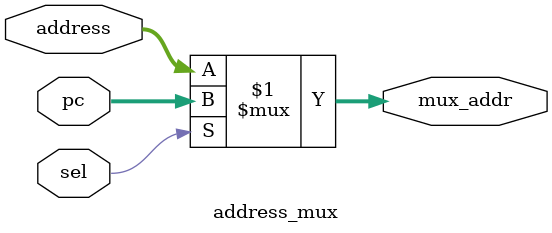
<source format=v>
module address_mux(
    input wire sel,
    input wire [4:0] pc,
    input wire [4:0] address,
    output wire [4:0] mux_addr
);

assign mux_addr = sel ? pc : address;

endmodule
</source>
